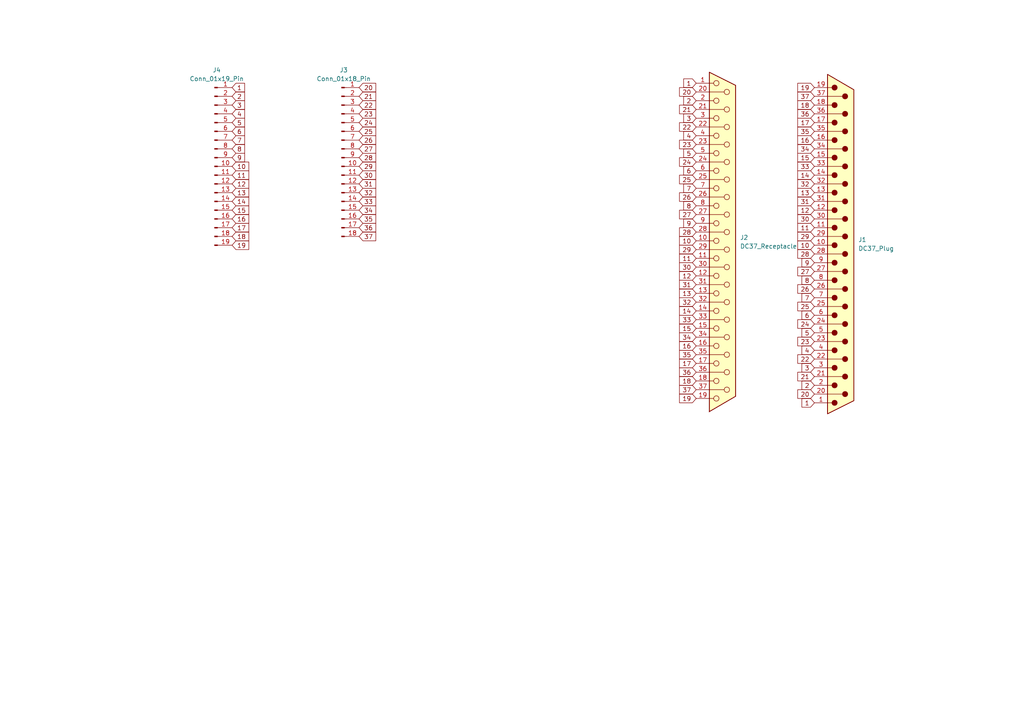
<source format=kicad_sch>
(kicad_sch (version 20231120) (generator "eeschema") (generator_version "8.0")
  (paper "A4")
  (lib_symbols
    (symbol "Connector:Conn_01x18_Pin" (pin_names (offset 1.016) hide)
      (property "Reference" "J" (at 0 22.86 0))
      (property "Value" "Conn_01x18_Pin" (at 0 -25.4 0))
      (symbol "Conn_01x18_Pin_1_1"
        (polyline (pts (xy 1.27 -22.86) (xy 0.8636 -22.86)) (stroke (width 0.1524)))
        (polyline (pts (xy 1.27 -20.32) (xy 0.8636 -20.32)) (stroke (width 0.1524)))
        (polyline (pts (xy 1.27 -17.78) (xy 0.8636 -17.78)) (stroke (width 0.1524)))
        (polyline (pts (xy 1.27 -15.24) (xy 0.8636 -15.24)) (stroke (width 0.1524)))
        (polyline (pts (xy 1.27 -12.7) (xy 0.8636 -12.7)) (stroke (width 0.1524)))
        (polyline (pts (xy 1.27 -10.16) (xy 0.8636 -10.16)) (stroke (width 0.1524)))
        (polyline (pts (xy 1.27 -7.62) (xy 0.8636 -7.62)) (stroke (width 0.1524)))
        (polyline (pts (xy 1.27 -5.08) (xy 0.8636 -5.08)) (stroke (width 0.1524)))
        (polyline (pts (xy 1.27 -2.54) (xy 0.8636 -2.54)) (stroke (width 0.1524)))
        (polyline (pts (xy 1.27 0) (xy 0.8636 0)) (stroke (width 0.1524)))
        (polyline (pts (xy 1.27 2.54) (xy 0.8636 2.54)) (stroke (width 0.1524)))
        (polyline (pts (xy 1.27 5.08) (xy 0.8636 5.08)) (stroke (width 0.1524)))
        (polyline (pts (xy 1.27 7.62) (xy 0.8636 7.62)) (stroke (width 0.1524)))
        (polyline (pts (xy 1.27 10.16) (xy 0.8636 10.16)) (stroke (width 0.1524)))
        (polyline (pts (xy 1.27 12.7) (xy 0.8636 12.7)) (stroke (width 0.1524)))
        (polyline (pts (xy 1.27 15.24) (xy 0.8636 15.24)) (stroke (width 0.1524)))
        (polyline (pts (xy 1.27 17.78) (xy 0.8636 17.78)) (stroke (width 0.1524)))
        (polyline (pts (xy 1.27 20.32) (xy 0.8636 20.32)) (stroke (width 0.1524)))
        (rectangle (start 0.8636 -22.733) (end 0 -22.987) (stroke (width 0.1524)) (fill (type outline)))
        (rectangle (start 0.8636 -20.193) (end 0 -20.447) (stroke (width 0.1524)) (fill (type outline)))
        (rectangle (start 0.8636 -17.653) (end 0 -17.907) (stroke (width 0.1524)) (fill (type outline)))
        (rectangle (start 0.8636 -15.113) (end 0 -15.367) (stroke (width 0.1524)) (fill (type outline)))
        (rectangle (start 0.8636 -12.573) (end 0 -12.827) (stroke (width 0.1524)) (fill (type outline)))
        (rectangle (start 0.8636 -10.033) (end 0 -10.287) (stroke (width 0.1524)) (fill (type outline)))
        (rectangle (start 0.8636 -7.493) (end 0 -7.747) (stroke (width 0.1524)) (fill (type outline)))
        (rectangle (start 0.8636 -4.953) (end 0 -5.207) (stroke (width 0.1524)) (fill (type outline)))
        (rectangle (start 0.8636 -2.413) (end 0 -2.667) (stroke (width 0.1524)) (fill (type outline)))
        (rectangle (start 0.8636 0.127) (end 0 -0.127) (stroke (width 0.1524)) (fill (type outline)))
        (rectangle (start 0.8636 2.667) (end 0 2.413) (stroke (width 0.1524)) (fill (type outline)))
        (rectangle (start 0.8636 5.207) (end 0 4.953) (stroke (width 0.1524)) (fill (type outline)))
        (rectangle (start 0.8636 7.747) (end 0 7.493) (stroke (width 0.1524)) (fill (type outline)))
        (rectangle (start 0.8636 10.287) (end 0 10.033) (stroke (width 0.1524)) (fill (type outline)))
        (rectangle (start 0.8636 12.827) (end 0 12.573) (stroke (width 0.1524)) (fill (type outline)))
        (rectangle (start 0.8636 15.367) (end 0 15.113) (stroke (width 0.1524)) (fill (type outline)))
        (rectangle (start 0.8636 17.907) (end 0 17.653) (stroke (width 0.1524)) (fill (type outline)))
        (rectangle (start 0.8636 20.447) (end 0 20.193) (stroke (width 0.1524)) (fill (type outline)))
        (pin passive line (at 5.08 20.32 180) (length 3.81) (name "Pin_1") (number "1"))
        (pin passive line (at 5.08 -2.54 180) (length 3.81) (name "Pin_10") (number "10"))
        (pin passive line (at 5.08 -5.08 180) (length 3.81) (name "Pin_11") (number "11"))
        (pin passive line (at 5.08 -7.62 180) (length 3.81) (name "Pin_12") (number "12"))
        (pin passive line (at 5.08 -10.16 180) (length 3.81) (name "Pin_13") (number "13"))
        (pin passive line (at 5.08 -12.7 180) (length 3.81) (name "Pin_14") (number "14"))
        (pin passive line (at 5.08 -15.24 180) (length 3.81) (name "Pin_15") (number "15"))
        (pin passive line (at 5.08 -17.78 180) (length 3.81) (name "Pin_16") (number "16"))
        (pin passive line (at 5.08 -20.32 180) (length 3.81) (name "Pin_17") (number "17"))
        (pin passive line (at 5.08 -22.86 180) (length 3.81) (name "Pin_18") (number "18"))
        (pin passive line (at 5.08 17.78 180) (length 3.81) (name "Pin_2") (number "2"))
        (pin passive line (at 5.08 15.24 180) (length 3.81) (name "Pin_3") (number "3"))
        (pin passive line (at 5.08 12.7 180) (length 3.81) (name "Pin_4") (number "4"))
        (pin passive line (at 5.08 10.16 180) (length 3.81) (name "Pin_5") (number "5"))
        (pin passive line (at 5.08 7.62 180) (length 3.81) (name "Pin_6") (number "6"))
        (pin passive line (at 5.08 5.08 180) (length 3.81) (name "Pin_7") (number "7"))
        (pin passive line (at 5.08 2.54 180) (length 3.81) (name "Pin_8") (number "8"))
        (pin passive line (at 5.08 0 180) (length 3.81) (name "Pin_9") (number "9"))
      )
    )
    (symbol "Connector:Conn_01x19_Pin" (pin_names (offset 1.016) hide)
      (property "Reference" "J" (at 0 25.4 0))
      (property "Value" "Conn_01x19_Pin" (at 0 -25.4 0))
      (symbol "Conn_01x19_Pin_1_1"
        (polyline (pts (xy 1.27 -22.86) (xy 0.8636 -22.86)) (stroke (width 0.1524)))
        (polyline (pts (xy 1.27 -20.32) (xy 0.8636 -20.32)) (stroke (width 0.1524)))
        (polyline (pts (xy 1.27 -17.78) (xy 0.8636 -17.78)) (stroke (width 0.1524)))
        (polyline (pts (xy 1.27 -15.24) (xy 0.8636 -15.24)) (stroke (width 0.1524)))
        (polyline (pts (xy 1.27 -12.7) (xy 0.8636 -12.7)) (stroke (width 0.1524)))
        (polyline (pts (xy 1.27 -10.16) (xy 0.8636 -10.16)) (stroke (width 0.1524)))
        (polyline (pts (xy 1.27 -7.62) (xy 0.8636 -7.62)) (stroke (width 0.1524)))
        (polyline (pts (xy 1.27 -5.08) (xy 0.8636 -5.08)) (stroke (width 0.1524)))
        (polyline (pts (xy 1.27 -2.54) (xy 0.8636 -2.54)) (stroke (width 0.1524)))
        (polyline (pts (xy 1.27 0) (xy 0.8636 0)) (stroke (width 0.1524)))
        (polyline (pts (xy 1.27 2.54) (xy 0.8636 2.54)) (stroke (width 0.1524)))
        (polyline (pts (xy 1.27 5.08) (xy 0.8636 5.08)) (stroke (width 0.1524)))
        (polyline (pts (xy 1.27 7.62) (xy 0.8636 7.62)) (stroke (width 0.1524)))
        (polyline (pts (xy 1.27 10.16) (xy 0.8636 10.16)) (stroke (width 0.1524)))
        (polyline (pts (xy 1.27 12.7) (xy 0.8636 12.7)) (stroke (width 0.1524)))
        (polyline (pts (xy 1.27 15.24) (xy 0.8636 15.24)) (stroke (width 0.1524)))
        (polyline (pts (xy 1.27 17.78) (xy 0.8636 17.78)) (stroke (width 0.1524)))
        (polyline (pts (xy 1.27 20.32) (xy 0.8636 20.32)) (stroke (width 0.1524)))
        (polyline (pts (xy 1.27 22.86) (xy 0.8636 22.86)) (stroke (width 0.1524)))
        (rectangle (start 0.8636 -22.733) (end 0 -22.987) (stroke (width 0.1524)) (fill (type outline)))
        (rectangle (start 0.8636 -20.193) (end 0 -20.447) (stroke (width 0.1524)) (fill (type outline)))
        (rectangle (start 0.8636 -17.653) (end 0 -17.907) (stroke (width 0.1524)) (fill (type outline)))
        (rectangle (start 0.8636 -15.113) (end 0 -15.367) (stroke (width 0.1524)) (fill (type outline)))
        (rectangle (start 0.8636 -12.573) (end 0 -12.827) (stroke (width 0.1524)) (fill (type outline)))
        (rectangle (start 0.8636 -10.033) (end 0 -10.287) (stroke (width 0.1524)) (fill (type outline)))
        (rectangle (start 0.8636 -7.493) (end 0 -7.747) (stroke (width 0.1524)) (fill (type outline)))
        (rectangle (start 0.8636 -4.953) (end 0 -5.207) (stroke (width 0.1524)) (fill (type outline)))
        (rectangle (start 0.8636 -2.413) (end 0 -2.667) (stroke (width 0.1524)) (fill (type outline)))
        (rectangle (start 0.8636 0.127) (end 0 -0.127) (stroke (width 0.1524)) (fill (type outline)))
        (rectangle (start 0.8636 2.667) (end 0 2.413) (stroke (width 0.1524)) (fill (type outline)))
        (rectangle (start 0.8636 5.207) (end 0 4.953) (stroke (width 0.1524)) (fill (type outline)))
        (rectangle (start 0.8636 7.747) (end 0 7.493) (stroke (width 0.1524)) (fill (type outline)))
        (rectangle (start 0.8636 10.287) (end 0 10.033) (stroke (width 0.1524)) (fill (type outline)))
        (rectangle (start 0.8636 12.827) (end 0 12.573) (stroke (width 0.1524)) (fill (type outline)))
        (rectangle (start 0.8636 15.367) (end 0 15.113) (stroke (width 0.1524)) (fill (type outline)))
        (rectangle (start 0.8636 17.907) (end 0 17.653) (stroke (width 0.1524)) (fill (type outline)))
        (rectangle (start 0.8636 20.447) (end 0 20.193) (stroke (width 0.1524)) (fill (type outline)))
        (rectangle (start 0.8636 22.987) (end 0 22.733) (stroke (width 0.1524)) (fill (type outline)))
        (pin passive line (at 5.08 22.86 180) (length 3.81) (name "Pin_1") (number "1"))
        (pin passive line (at 5.08 0 180) (length 3.81) (name "Pin_10") (number "10"))
        (pin passive line (at 5.08 -2.54 180) (length 3.81) (name "Pin_11") (number "11"))
        (pin passive line (at 5.08 -5.08 180) (length 3.81) (name "Pin_12") (number "12"))
        (pin passive line (at 5.08 -7.62 180) (length 3.81) (name "Pin_13") (number "13"))
        (pin passive line (at 5.08 -10.16 180) (length 3.81) (name "Pin_14") (number "14"))
        (pin passive line (at 5.08 -12.7 180) (length 3.81) (name "Pin_15") (number "15"))
        (pin passive line (at 5.08 -15.24 180) (length 3.81) (name "Pin_16") (number "16"))
        (pin passive line (at 5.08 -17.78 180) (length 3.81) (name "Pin_17") (number "17"))
        (pin passive line (at 5.08 -20.32 180) (length 3.81) (name "Pin_18") (number "18"))
        (pin passive line (at 5.08 -22.86 180) (length 3.81) (name "Pin_19") (number "19"))
        (pin passive line (at 5.08 20.32 180) (length 3.81) (name "Pin_2") (number "2"))
        (pin passive line (at 5.08 17.78 180) (length 3.81) (name "Pin_3") (number "3"))
        (pin passive line (at 5.08 15.24 180) (length 3.81) (name "Pin_4") (number "4"))
        (pin passive line (at 5.08 12.7 180) (length 3.81) (name "Pin_5") (number "5"))
        (pin passive line (at 5.08 10.16 180) (length 3.81) (name "Pin_6") (number "6"))
        (pin passive line (at 5.08 7.62 180) (length 3.81) (name "Pin_7") (number "7"))
        (pin passive line (at 5.08 5.08 180) (length 3.81) (name "Pin_8") (number "8"))
        (pin passive line (at 5.08 2.54 180) (length 3.81) (name "Pin_9") (number "9"))
      )
    )
    (symbol "Connector:DC37_Plug" (pin_names (offset 1.016) hide)
      (property "Reference" "J" (at 0 50.8 0))
      (property "Value" "DC37_Plug" (at 0 -50.8 0))
      (symbol "DC37_Plug_0_1"
        (circle (center -1.778 -45.72) (radius 0.762) (fill (type outline)))
        (circle (center -1.778 -40.64) (radius 0.762) (fill (type outline)))
        (circle (center -1.778 -35.56) (radius 0.762) (fill (type outline)))
        (circle (center -1.778 -30.48) (radius 0.762) (fill (type outline)))
        (circle (center -1.778 -25.4) (radius 0.762) (fill (type outline)))
        (circle (center -1.778 -20.32) (radius 0.762) (fill (type outline)))
        (circle (center -1.778 -15.24) (radius 0.762) (fill (type outline)))
        (circle (center -1.778 -10.16) (radius 0.762) (fill (type outline)))
        (circle (center -1.778 -5.08) (radius 0.762) (fill (type outline)))
        (circle (center -1.778 0) (radius 0.762) (fill (type outline)))
        (circle (center -1.778 5.08) (radius 0.762) (fill (type outline)))
        (circle (center -1.778 10.16) (radius 0.762) (fill (type outline)))
        (circle (center -1.778 15.24) (radius 0.762) (fill (type outline)))
        (circle (center -1.778 20.32) (radius 0.762) (fill (type outline)))
        (circle (center -1.778 25.4) (radius 0.762) (fill (type outline)))
        (circle (center -1.778 30.48) (radius 0.762) (fill (type outline)))
        (circle (center -1.778 35.56) (radius 0.762) (fill (type outline)))
        (circle (center -1.778 40.64) (radius 0.762) (fill (type outline)))
        (circle (center -1.778 45.72) (radius 0.762) (fill (type outline)))
        (polyline (pts (xy -3.81 -45.72) (xy -2.54 -45.72)))
        (polyline (pts (xy -3.81 -43.18) (xy 0.508 -43.18)))
        (polyline (pts (xy -3.81 -40.64) (xy -2.54 -40.64)))
        (polyline (pts (xy -3.81 -38.1) (xy 0.508 -38.1)))
        (polyline (pts (xy -3.81 -35.56) (xy -2.54 -35.56)))
        (polyline (pts (xy -3.81 -33.02) (xy 0.508 -33.02)))
        (polyline (pts (xy -3.81 -30.48) (xy -2.54 -30.48)))
        (polyline (pts (xy -3.81 -27.94) (xy 0.508 -27.94)))
        (polyline (pts (xy -3.81 -25.4) (xy -2.54 -25.4)))
        (polyline (pts (xy -3.81 -22.86) (xy 0.508 -22.86)))
        (polyline (pts (xy -3.81 -20.32) (xy -2.54 -20.32)))
        (polyline (pts (xy -3.81 -17.78) (xy 0.508 -17.78)))
        (polyline (pts (xy -3.81 -15.24) (xy -2.54 -15.24)))
        (polyline (pts (xy -3.81 -12.7) (xy 0.508 -12.7)))
        (polyline (pts (xy -3.81 -10.16) (xy -2.54 -10.16)))
        (polyline (pts (xy -3.81 -7.62) (xy 0.508 -7.62)))
        (polyline (pts (xy -3.81 -5.08) (xy -2.54 -5.08)))
        (polyline (pts (xy -3.81 -2.54) (xy 0.508 -2.54)))
        (polyline (pts (xy -3.81 0) (xy -2.54 0)))
        (polyline (pts (xy -3.81 2.54) (xy 0.508 2.54)))
        (polyline (pts (xy -3.81 5.08) (xy -2.54 5.08)))
        (polyline (pts (xy -3.81 7.62) (xy 0.508 7.62)))
        (polyline (pts (xy -3.81 10.16) (xy -2.54 10.16)))
        (polyline (pts (xy -3.81 12.7) (xy 0.508 12.7)))
        (polyline (pts (xy -3.81 15.24) (xy -2.54 15.24)))
        (polyline (pts (xy -3.81 17.78) (xy 0.508 17.78)))
        (polyline (pts (xy -3.81 20.32) (xy -2.54 20.32)))
        (polyline (pts (xy -3.81 22.86) (xy 0.508 22.86)))
        (polyline (pts (xy -3.81 25.4) (xy -2.54 25.4)))
        (polyline (pts (xy -3.81 27.94) (xy 0.508 27.94)))
        (polyline (pts (xy -3.81 30.48) (xy -2.54 30.48)))
        (polyline (pts (xy -3.81 33.02) (xy 0.508 33.02)))
        (polyline (pts (xy -3.81 35.56) (xy -2.54 35.56)))
        (polyline (pts (xy -3.81 38.1) (xy 0.508 38.1)))
        (polyline (pts (xy -3.81 40.64) (xy -2.54 40.64)))
        (polyline (pts (xy -3.81 43.18) (xy 0.508 43.18)))
        (polyline (pts (xy -3.81 45.72) (xy -2.54 45.72)))
        (polyline (pts (xy -3.81 49.53) (xy 3.81 45.085) (xy 3.81 -45.085) (xy -3.81 -48.895) (xy -3.81 49.53)) (stroke (width 0.254)) (fill (type background)))
        (circle (center 1.27 -43.18) (radius 0.762) (fill (type outline)))
        (circle (center 1.27 -38.1) (radius 0.762) (fill (type outline)))
        (circle (center 1.27 -33.02) (radius 0.762) (fill (type outline)))
        (circle (center 1.27 -27.94) (radius 0.762) (fill (type outline)))
        (circle (center 1.27 -22.86) (radius 0.762) (fill (type outline)))
        (circle (center 1.27 -17.78) (radius 0.762) (fill (type outline)))
        (circle (center 1.27 -12.7) (radius 0.762) (fill (type outline)))
        (circle (center 1.27 -7.62) (radius 0.762) (fill (type outline)))
        (circle (center 1.27 -2.54) (radius 0.762) (fill (type outline)))
        (circle (center 1.27 2.54) (radius 0.762) (fill (type outline)))
        (circle (center 1.27 7.62) (radius 0.762) (fill (type outline)))
        (circle (center 1.27 12.7) (radius 0.762) (fill (type outline)))
        (circle (center 1.27 17.78) (radius 0.762) (fill (type outline)))
        (circle (center 1.27 22.86) (radius 0.762) (fill (type outline)))
        (circle (center 1.27 27.94) (radius 0.762) (fill (type outline)))
        (circle (center 1.27 33.02) (radius 0.762) (fill (type outline)))
        (circle (center 1.27 38.1) (radius 0.762) (fill (type outline)))
        (circle (center 1.27 43.18) (radius 0.762) (fill (type outline)))
      )
      (symbol "DC37_Plug_1_1"
        (pin passive line (at -7.62 -45.72 0) (length 3.81) (name "1") (number "1"))
        (pin passive line (at -7.62 0 0) (length 3.81) (name "10") (number "10"))
        (pin passive line (at -7.62 5.08 0) (length 3.81) (name "11") (number "11"))
        (pin passive line (at -7.62 10.16 0) (length 3.81) (name "12") (number "12"))
        (pin passive line (at -7.62 15.24 0) (length 3.81) (name "13") (number "13"))
        (pin passive line (at -7.62 20.32 0) (length 3.81) (name "14") (number "14"))
        (pin passive line (at -7.62 25.4 0) (length 3.81) (name "15") (number "15"))
        (pin passive line (at -7.62 30.48 0) (length 3.81) (name "16") (number "16"))
        (pin passive line (at -7.62 35.56 0) (length 3.81) (name "17") (number "17"))
        (pin passive line (at -7.62 40.64 0) (length 3.81) (name "18") (number "18"))
        (pin passive line (at -7.62 45.72 0) (length 3.81) (name "19") (number "19"))
        (pin passive line (at -7.62 -40.64 0) (length 3.81) (name "2") (number "2"))
        (pin passive line (at -7.62 -43.18 0) (length 3.81) (name "20") (number "20"))
        (pin passive line (at -7.62 -38.1 0) (length 3.81) (name "21") (number "21"))
        (pin passive line (at -7.62 -33.02 0) (length 3.81) (name "22") (number "22"))
        (pin passive line (at -7.62 -27.94 0) (length 3.81) (name "23") (number "23"))
        (pin passive line (at -7.62 -22.86 0) (length 3.81) (name "24") (number "24"))
        (pin passive line (at -7.62 -17.78 0) (length 3.81) (name "25") (number "25"))
        (pin passive line (at -7.62 -12.7 0) (length 3.81) (name "26") (number "26"))
        (pin passive line (at -7.62 -7.62 0) (length 3.81) (name "27") (number "27"))
        (pin passive line (at -7.62 -2.54 0) (length 3.81) (name "28") (number "28"))
        (pin passive line (at -7.62 2.54 0) (length 3.81) (name "29") (number "29"))
        (pin passive line (at -7.62 -35.56 0) (length 3.81) (name "3") (number "3"))
        (pin passive line (at -7.62 7.62 0) (length 3.81) (name "30") (number "30"))
        (pin passive line (at -7.62 12.7 0) (length 3.81) (name "31") (number "31"))
        (pin passive line (at -7.62 17.78 0) (length 3.81) (name "32") (number "32"))
        (pin passive line (at -7.62 22.86 0) (length 3.81) (name "33") (number "33"))
        (pin passive line (at -7.62 27.94 0) (length 3.81) (name "34") (number "34"))
        (pin passive line (at -7.62 33.02 0) (length 3.81) (name "35") (number "35"))
        (pin passive line (at -7.62 38.1 0) (length 3.81) (name "36") (number "36"))
        (pin passive line (at -7.62 43.18 0) (length 3.81) (name "37") (number "37"))
        (pin passive line (at -7.62 -30.48 0) (length 3.81) (name "4") (number "4"))
        (pin passive line (at -7.62 -25.4 0) (length 3.81) (name "5") (number "5"))
        (pin passive line (at -7.62 -20.32 0) (length 3.81) (name "6") (number "6"))
        (pin passive line (at -7.62 -15.24 0) (length 3.81) (name "7") (number "7"))
        (pin passive line (at -7.62 -10.16 0) (length 3.81) (name "8") (number "8"))
        (pin passive line (at -7.62 -5.08 0) (length 3.81) (name "9") (number "9"))
      )
    )
    (symbol "Connector:DC37_Receptacle" (pin_names (offset 1.016) hide)
      (property "Reference" "J" (at 0 50.165 0))
      (property "Value" "DC37_Receptacle" (at 0 -50.8 0))
      (symbol "DC37_Receptacle_0_1"
        (circle (center -1.778 -45.72) (radius 0.762))
        (circle (center -1.778 -40.64) (radius 0.762))
        (circle (center -1.778 -35.56) (radius 0.762))
        (circle (center -1.778 -30.48) (radius 0.762))
        (circle (center -1.778 -25.4) (radius 0.762))
        (circle (center -1.778 -20.32) (radius 0.762))
        (circle (center -1.778 -15.24) (radius 0.762))
        (circle (center -1.778 -10.16) (radius 0.762))
        (circle (center -1.778 -5.08) (radius 0.762))
        (circle (center -1.778 0) (radius 0.762))
        (circle (center -1.778 5.08) (radius 0.762))
        (circle (center -1.778 10.16) (radius 0.762))
        (circle (center -1.778 15.24) (radius 0.762))
        (circle (center -1.778 20.32) (radius 0.762))
        (circle (center -1.778 25.4) (radius 0.762))
        (circle (center -1.778 30.48) (radius 0.762))
        (circle (center -1.778 35.56) (radius 0.762))
        (circle (center -1.778 40.64) (radius 0.762))
        (circle (center -1.778 45.72) (radius 0.762))
        (polyline (pts (xy -3.81 -45.72) (xy -2.54 -45.72)))
        (polyline (pts (xy -3.81 -43.18) (xy 0.508 -43.18)))
        (polyline (pts (xy -3.81 -40.64) (xy -2.54 -40.64)))
        (polyline (pts (xy -3.81 -38.1) (xy 0.508 -38.1)))
        (polyline (pts (xy -3.81 -35.56) (xy -2.54 -35.56)))
        (polyline (pts (xy -3.81 -33.02) (xy 0.508 -33.02)))
        (polyline (pts (xy -3.81 -30.48) (xy -2.54 -30.48)))
        (polyline (pts (xy -3.81 -27.94) (xy 0.508 -27.94)))
        (polyline (pts (xy -3.81 -25.4) (xy -2.54 -25.4)))
        (polyline (pts (xy -3.81 -22.86) (xy 0.508 -22.86)))
        (polyline (pts (xy -3.81 -20.32) (xy -2.54 -20.32)))
        (polyline (pts (xy -3.81 -17.78) (xy 0.508 -17.78)))
        (polyline (pts (xy -3.81 -15.24) (xy -2.54 -15.24)))
        (polyline (pts (xy -3.81 -12.7) (xy 0.508 -12.7)))
        (polyline (pts (xy -3.81 -10.16) (xy -2.54 -10.16)))
        (polyline (pts (xy -3.81 -7.62) (xy 0.508 -7.62)))
        (polyline (pts (xy -3.81 -5.08) (xy -2.54 -5.08)))
        (polyline (pts (xy -3.81 -2.54) (xy 0.508 -2.54)))
        (polyline (pts (xy -3.81 0) (xy -2.54 0)))
        (polyline (pts (xy -3.81 2.54) (xy 0.508 2.54)))
        (polyline (pts (xy -3.81 5.08) (xy -2.54 5.08)))
        (polyline (pts (xy -3.81 7.62) (xy 0.508 7.62)))
        (polyline (pts (xy -3.81 10.16) (xy -2.54 10.16)))
        (polyline (pts (xy -3.81 12.7) (xy 0.508 12.7)))
        (polyline (pts (xy -3.81 15.24) (xy -2.54 15.24)))
        (polyline (pts (xy -3.81 17.78) (xy 0.508 17.78)))
        (polyline (pts (xy -3.81 20.32) (xy -2.54 20.32)))
        (polyline (pts (xy -3.81 22.86) (xy 0.508 22.86)))
        (polyline (pts (xy -3.81 25.4) (xy -2.54 25.4)))
        (polyline (pts (xy -3.81 27.94) (xy 0.508 27.94)))
        (polyline (pts (xy -3.81 30.48) (xy -2.54 30.48)))
        (polyline (pts (xy -3.81 33.02) (xy 0.508 33.02)))
        (polyline (pts (xy -3.81 35.56) (xy -2.54 35.56)))
        (polyline (pts (xy -3.81 38.1) (xy 0.508 38.1)))
        (polyline (pts (xy -3.81 40.64) (xy -2.54 40.64)))
        (polyline (pts (xy -3.81 43.18) (xy 0.508 43.18)))
        (polyline (pts (xy -3.81 45.72) (xy -2.54 45.72)))
        (polyline (pts (xy -3.81 -49.53) (xy 3.81 -45.085) (xy 3.81 45.085) (xy -3.81 48.895) (xy -3.81 -49.53)) (stroke (width 0.254)) (fill (type background)))
        (circle (center 1.27 -43.18) (radius 0.762))
        (circle (center 1.27 -38.1) (radius 0.762))
        (circle (center 1.27 -33.02) (radius 0.762))
        (circle (center 1.27 -27.94) (radius 0.762))
        (circle (center 1.27 -22.86) (radius 0.762))
        (circle (center 1.27 -17.78) (radius 0.762))
        (circle (center 1.27 -12.7) (radius 0.762))
        (circle (center 1.27 -7.62) (radius 0.762))
        (circle (center 1.27 -2.54) (radius 0.762))
        (circle (center 1.27 2.54) (radius 0.762))
        (circle (center 1.27 7.62) (radius 0.762))
        (circle (center 1.27 12.7) (radius 0.762))
        (circle (center 1.27 17.78) (radius 0.762))
        (circle (center 1.27 22.86) (radius 0.762))
        (circle (center 1.27 27.94) (radius 0.762))
        (circle (center 1.27 33.02) (radius 0.762))
        (circle (center 1.27 38.1) (radius 0.762))
        (circle (center 1.27 43.18) (radius 0.762))
      )
      (symbol "DC37_Receptacle_1_1"
        (pin passive line (at -7.62 45.72 0) (length 3.81) (name "1") (number "1"))
        (pin passive line (at -7.62 0 0) (length 3.81) (name "10") (number "10"))
        (pin passive line (at -7.62 -5.08 0) (length 3.81) (name "11") (number "11"))
        (pin passive line (at -7.62 -10.16 0) (length 3.81) (name "12") (number "12"))
        (pin passive line (at -7.62 -15.24 0) (length 3.81) (name "13") (number "13"))
        (pin passive line (at -7.62 -20.32 0) (length 3.81) (name "14") (number "14"))
        (pin passive line (at -7.62 -25.4 0) (length 3.81) (name "15") (number "15"))
        (pin passive line (at -7.62 -30.48 0) (length 3.81) (name "16") (number "16"))
        (pin passive line (at -7.62 -35.56 0) (length 3.81) (name "17") (number "17"))
        (pin passive line (at -7.62 -40.64 0) (length 3.81) (name "18") (number "18"))
        (pin passive line (at -7.62 -45.72 0) (length 3.81) (name "19") (number "19"))
        (pin passive line (at -7.62 40.64 0) (length 3.81) (name "2") (number "2"))
        (pin passive line (at -7.62 43.18 0) (length 3.81) (name "20") (number "20"))
        (pin passive line (at -7.62 38.1 0) (length 3.81) (name "21") (number "21"))
        (pin passive line (at -7.62 33.02 0) (length 3.81) (name "22") (number "22"))
        (pin passive line (at -7.62 27.94 0) (length 3.81) (name "23") (number "23"))
        (pin passive line (at -7.62 22.86 0) (length 3.81) (name "24") (number "24"))
        (pin passive line (at -7.62 17.78 0) (length 3.81) (name "25") (number "25"))
        (pin passive line (at -7.62 12.7 0) (length 3.81) (name "26") (number "26"))
        (pin passive line (at -7.62 7.62 0) (length 3.81) (name "27") (number "27"))
        (pin passive line (at -7.62 2.54 0) (length 3.81) (name "28") (number "28"))
        (pin passive line (at -7.62 -2.54 0) (length 3.81) (name "29") (number "29"))
        (pin passive line (at -7.62 35.56 0) (length 3.81) (name "3") (number "3"))
        (pin passive line (at -7.62 -7.62 0) (length 3.81) (name "30") (number "30"))
        (pin passive line (at -7.62 -12.7 0) (length 3.81) (name "31") (number "31"))
        (pin passive line (at -7.62 -17.78 0) (length 3.81) (name "32") (number "32"))
        (pin passive line (at -7.62 -22.86 0) (length 3.81) (name "33") (number "33"))
        (pin passive line (at -7.62 -27.94 0) (length 3.81) (name "34") (number "34"))
        (pin passive line (at -7.62 -33.02 0) (length 3.81) (name "35") (number "35"))
        (pin passive line (at -7.62 -38.1 0) (length 3.81) (name "36") (number "36"))
        (pin passive line (at -7.62 -43.18 0) (length 3.81) (name "37") (number "37"))
        (pin passive line (at -7.62 30.48 0) (length 3.81) (name "4") (number "4"))
        (pin passive line (at -7.62 25.4 0) (length 3.81) (name "5") (number "5"))
        (pin passive line (at -7.62 20.32 0) (length 3.81) (name "6") (number "6"))
        (pin passive line (at -7.62 15.24 0) (length 3.81) (name "7") (number "7"))
        (pin passive line (at -7.62 10.16 0) (length 3.81) (name "8") (number "8"))
        (pin passive line (at -7.62 5.08 0) (length 3.81) (name "9") (number "9"))
      )
    )
  )
  (global_label "26" (shape input) (at 104.14 40.64 0) (property "Intersheetrefs" "${INTERSHEET_REFS}" (effects (hide yes))))
  (global_label "14" (shape input) (at 236.22 50.8 180) (property "Intersheetrefs" "${INTERSHEET_REFS}" (effects (hide yes))))
  (global_label "17" (shape input) (at 67.31 66.04 0) (property "Intersheetrefs" "${INTERSHEET_REFS}" (effects (hide yes))))
  (global_label "1" (shape input) (at 67.31 25.4 0) (property "Intersheetrefs" "${INTERSHEET_REFS}" (effects (hide yes))))
  (global_label "15" (shape input) (at 236.22 45.72 180) (property "Intersheetrefs" "${INTERSHEET_REFS}" (effects (hide yes))))
  (global_label "12" (shape input) (at 67.31 53.34 0) (property "Intersheetrefs" "${INTERSHEET_REFS}" (effects (hide yes))))
  (global_label "24" (shape input) (at 236.22 93.98 180) (property "Intersheetrefs" "${INTERSHEET_REFS}" (effects (hide yes))))
  (global_label "20" (shape input) (at 104.14 25.4 0) (property "Intersheetrefs" "${INTERSHEET_REFS}" (effects (hide yes))))
  (global_label "34" (shape input) (at 201.93 97.79 180) (property "Intersheetrefs" "${INTERSHEET_REFS}" (effects (hide yes))))
  (global_label "12" (shape input) (at 236.22 60.96 180) (property "Intersheetrefs" "${INTERSHEET_REFS}" (effects (hide yes))))
  (global_label "26" (shape input) (at 201.93 57.15 180) (property "Intersheetrefs" "${INTERSHEET_REFS}" (effects (hide yes))))
  (global_label "18" (shape input) (at 67.31 68.58 0) (property "Intersheetrefs" "${INTERSHEET_REFS}" (effects (hide yes))))
  (global_label "37" (shape input) (at 201.93 113.03 180) (property "Intersheetrefs" "${INTERSHEET_REFS}" (effects (hide yes))))
  (global_label "29" (shape input) (at 236.22 68.58 180) (property "Intersheetrefs" "${INTERSHEET_REFS}" (effects (hide yes))))
  (global_label "32" (shape input) (at 236.22 53.34 180) (property "Intersheetrefs" "${INTERSHEET_REFS}" (effects (hide yes))))
  (global_label "29" (shape input) (at 201.93 72.39 180) (property "Intersheetrefs" "${INTERSHEET_REFS}" (effects (hide yes))))
  (global_label "27" (shape input) (at 201.93 62.23 180) (property "Intersheetrefs" "${INTERSHEET_REFS}" (effects (hide yes))))
  (global_label "37" (shape input) (at 104.14 68.58 0) (property "Intersheetrefs" "${INTERSHEET_REFS}" (effects (hide yes))))
  (global_label "19" (shape input) (at 236.22 25.4 180) (property "Intersheetrefs" "${INTERSHEET_REFS}" (effects (hide yes))))
  (global_label "36" (shape input) (at 104.14 66.04 0) (property "Intersheetrefs" "${INTERSHEET_REFS}" (effects (hide yes))))
  (global_label "7" (shape input) (at 201.93 54.61 180) (property "Intersheetrefs" "${INTERSHEET_REFS}" (effects (hide yes))))
  (global_label "30" (shape input) (at 104.14 50.8 0) (property "Intersheetrefs" "${INTERSHEET_REFS}" (effects (hide yes))))
  (global_label "10" (shape input) (at 67.31 48.26 0) (property "Intersheetrefs" "${INTERSHEET_REFS}" (effects (hide yes))))
  (global_label "8" (shape input) (at 67.31 43.18 0) (property "Intersheetrefs" "${INTERSHEET_REFS}" (effects (hide yes))))
  (global_label "15" (shape input) (at 201.93 95.25 180) (property "Intersheetrefs" "${INTERSHEET_REFS}" (effects (hide yes))))
  (global_label "33" (shape input) (at 236.22 48.26 180) (property "Intersheetrefs" "${INTERSHEET_REFS}" (effects (hide yes))))
  (global_label "12" (shape input) (at 201.93 80.01 180) (property "Intersheetrefs" "${INTERSHEET_REFS}" (effects (hide yes))))
  (global_label "25" (shape input) (at 104.14 38.1 0) (property "Intersheetrefs" "${INTERSHEET_REFS}" (effects (hide yes))))
  (global_label "10" (shape input) (at 201.93 69.85 180) (property "Intersheetrefs" "${INTERSHEET_REFS}" (effects (hide yes))))
  (global_label "14" (shape input) (at 201.93 90.17 180) (property "Intersheetrefs" "${INTERSHEET_REFS}" (effects (hide yes))))
  (global_label "37" (shape input) (at 236.22 27.94 180) (property "Intersheetrefs" "${INTERSHEET_REFS}" (effects (hide yes))))
  (global_label "24" (shape input) (at 104.14 35.56 0) (property "Intersheetrefs" "${INTERSHEET_REFS}" (effects (hide yes))))
  (global_label "11" (shape input) (at 67.31 50.8 0) (property "Intersheetrefs" "${INTERSHEET_REFS}" (effects (hide yes))))
  (global_label "26" (shape input) (at 236.22 83.82 180) (property "Intersheetrefs" "${INTERSHEET_REFS}" (effects (hide yes))))
  (global_label "1" (shape input) (at 236.22 116.84 180) (property "Intersheetrefs" "${INTERSHEET_REFS}" (effects (hide yes))))
  (global_label "33" (shape input) (at 201.93 92.71 180) (property "Intersheetrefs" "${INTERSHEET_REFS}" (effects (hide yes))))
  (global_label "16" (shape input) (at 236.22 40.64 180) (property "Intersheetrefs" "${INTERSHEET_REFS}" (effects (hide yes))))
  (global_label "21" (shape input) (at 236.22 109.22 180) (property "Intersheetrefs" "${INTERSHEET_REFS}" (effects (hide yes))))
  (global_label "10" (shape input) (at 236.22 71.12 180) (property "Intersheetrefs" "${INTERSHEET_REFS}" (effects (hide yes))))
  (global_label "25" (shape input) (at 201.93 52.07 180) (property "Intersheetrefs" "${INTERSHEET_REFS}" (effects (hide yes))))
  (global_label "2" (shape input) (at 201.93 29.21 180) (property "Intersheetrefs" "${INTERSHEET_REFS}" (effects (hide yes))))
  (global_label "11" (shape input) (at 236.22 66.04 180) (property "Intersheetrefs" "${INTERSHEET_REFS}" (effects (hide yes))))
  (global_label "4" (shape input) (at 201.93 39.37 180) (property "Intersheetrefs" "${INTERSHEET_REFS}" (effects (hide yes))))
  (global_label "21" (shape input) (at 201.93 31.75 180) (property "Intersheetrefs" "${INTERSHEET_REFS}" (effects (hide yes))))
  (global_label "1" (shape input) (at 201.93 24.13 180) (property "Intersheetrefs" "${INTERSHEET_REFS}" (effects (hide yes))))
  (global_label "14" (shape input) (at 67.31 58.42 0) (property "Intersheetrefs" "${INTERSHEET_REFS}" (effects (hide yes))))
  (global_label "22" (shape input) (at 236.22 104.14 180) (property "Intersheetrefs" "${INTERSHEET_REFS}" (effects (hide yes))))
  (global_label "6" (shape input) (at 201.93 49.53 180) (property "Intersheetrefs" "${INTERSHEET_REFS}" (effects (hide yes))))
  (global_label "4" (shape input) (at 236.22 101.6 180) (property "Intersheetrefs" "${INTERSHEET_REFS}" (effects (hide yes))))
  (global_label "31" (shape input) (at 201.93 82.55 180) (property "Intersheetrefs" "${INTERSHEET_REFS}" (effects (hide yes))))
  (global_label "6" (shape input) (at 236.22 91.44 180) (property "Intersheetrefs" "${INTERSHEET_REFS}" (effects (hide yes))))
  (global_label "19" (shape input) (at 201.93 115.57 180) (property "Intersheetrefs" "${INTERSHEET_REFS}" (effects (hide yes))))
  (global_label "16" (shape input) (at 201.93 100.33 180) (property "Intersheetrefs" "${INTERSHEET_REFS}" (effects (hide yes))))
  (global_label "34" (shape input) (at 104.14 60.96 0) (property "Intersheetrefs" "${INTERSHEET_REFS}" (effects (hide yes))))
  (global_label "27" (shape input) (at 236.22 78.74 180) (property "Intersheetrefs" "${INTERSHEET_REFS}" (effects (hide yes))))
  (global_label "36" (shape input) (at 236.22 33.02 180) (property "Intersheetrefs" "${INTERSHEET_REFS}" (effects (hide yes))))
  (global_label "7" (shape input) (at 236.22 86.36 180) (property "Intersheetrefs" "${INTERSHEET_REFS}" (effects (hide yes))))
  (global_label "13" (shape input) (at 67.31 55.88 0) (property "Intersheetrefs" "${INTERSHEET_REFS}" (effects (hide yes))))
  (global_label "2" (shape input) (at 67.31 27.94 0) (property "Intersheetrefs" "${INTERSHEET_REFS}" (effects (hide yes))))
  (global_label "28" (shape input) (at 104.14 45.72 0) (property "Intersheetrefs" "${INTERSHEET_REFS}" (effects (hide yes))))
  (global_label "35" (shape input) (at 201.93 102.87 180) (property "Intersheetrefs" "${INTERSHEET_REFS}" (effects (hide yes))))
  (global_label "33" (shape input) (at 104.14 58.42 0) (property "Intersheetrefs" "${INTERSHEET_REFS}" (effects (hide yes))))
  (global_label "23" (shape input) (at 236.22 99.06 180) (property "Intersheetrefs" "${INTERSHEET_REFS}" (effects (hide yes))))
  (global_label "15" (shape input) (at 67.31 60.96 0) (property "Intersheetrefs" "${INTERSHEET_REFS}" (effects (hide yes))))
  (global_label "28" (shape input) (at 236.22 73.66 180) (property "Intersheetrefs" "${INTERSHEET_REFS}" (effects (hide yes))))
  (global_label "16" (shape input) (at 67.31 63.5 0) (property "Intersheetrefs" "${INTERSHEET_REFS}" (effects (hide yes))))
  (global_label "5" (shape input) (at 236.22 96.52 180) (property "Intersheetrefs" "${INTERSHEET_REFS}" (effects (hide yes))))
  (global_label "13" (shape input) (at 236.22 55.88 180) (property "Intersheetrefs" "${INTERSHEET_REFS}" (effects (hide yes))))
  (global_label "4" (shape input) (at 67.31 33.02 0) (property "Intersheetrefs" "${INTERSHEET_REFS}" (effects (hide yes))))
  (global_label "32" (shape input) (at 104.14 55.88 0) (property "Intersheetrefs" "${INTERSHEET_REFS}" (effects (hide yes))))
  (global_label "3" (shape input) (at 236.22 106.68 180) (property "Intersheetrefs" "${INTERSHEET_REFS}" (effects (hide yes))))
  (global_label "6" (shape input) (at 67.31 38.1 0) (property "Intersheetrefs" "${INTERSHEET_REFS}" (effects (hide yes))))
  (global_label "35" (shape input) (at 236.22 38.1 180) (property "Intersheetrefs" "${INTERSHEET_REFS}" (effects (hide yes))))
  (global_label "7" (shape input) (at 67.31 40.64 0) (property "Intersheetrefs" "${INTERSHEET_REFS}" (effects (hide yes))))
  (global_label "18" (shape input) (at 201.93 110.49 180) (property "Intersheetrefs" "${INTERSHEET_REFS}" (effects (hide yes))))
  (global_label "35" (shape input) (at 104.14 63.5 0) (property "Intersheetrefs" "${INTERSHEET_REFS}" (effects (hide yes))))
  (global_label "30" (shape input) (at 201.93 77.47 180) (property "Intersheetrefs" "${INTERSHEET_REFS}" (effects (hide yes))))
  (global_label "31" (shape input) (at 104.14 53.34 0) (property "Intersheetrefs" "${INTERSHEET_REFS}" (effects (hide yes))))
  (global_label "18" (shape input) (at 236.22 30.48 180) (property "Intersheetrefs" "${INTERSHEET_REFS}" (effects (hide yes))))
  (global_label "11" (shape input) (at 201.93 74.93 180) (property "Intersheetrefs" "${INTERSHEET_REFS}" (effects (hide yes))))
  (global_label "9" (shape input) (at 201.93 64.77 180) (property "Intersheetrefs" "${INTERSHEET_REFS}" (effects (hide yes))))
  (global_label "21" (shape input) (at 104.14 27.94 0) (property "Intersheetrefs" "${INTERSHEET_REFS}" (effects (hide yes))))
  (global_label "27" (shape input) (at 104.14 43.18 0) (property "Intersheetrefs" "${INTERSHEET_REFS}" (effects (hide yes))))
  (global_label "32" (shape input) (at 201.93 87.63 180) (property "Intersheetrefs" "${INTERSHEET_REFS}" (effects (hide yes))))
  (global_label "30" (shape input) (at 236.22 63.5 180) (property "Intersheetrefs" "${INTERSHEET_REFS}" (effects (hide yes))))
  (global_label "20" (shape input) (at 236.22 114.3 180) (property "Intersheetrefs" "${INTERSHEET_REFS}" (effects (hide yes))))
  (global_label "28" (shape input) (at 201.93 67.31 180) (property "Intersheetrefs" "${INTERSHEET_REFS}" (effects (hide yes))))
  (global_label "31" (shape input) (at 236.22 58.42 180) (property "Intersheetrefs" "${INTERSHEET_REFS}" (effects (hide yes))))
  (global_label "20" (shape input) (at 201.93 26.67 180) (property "Intersheetrefs" "${INTERSHEET_REFS}" (effects (hide yes))))
  (global_label "13" (shape input) (at 201.93 85.09 180) (property "Intersheetrefs" "${INTERSHEET_REFS}" (effects (hide yes))))
  (global_label "3" (shape input) (at 201.93 34.29 180) (property "Intersheetrefs" "${INTERSHEET_REFS}" (effects (hide yes))))
  (global_label "8" (shape input) (at 201.93 59.69 180) (property "Intersheetrefs" "${INTERSHEET_REFS}" (effects (hide yes))))
  (global_label "19" (shape input) (at 67.31 71.12 0) (property "Intersheetrefs" "${INTERSHEET_REFS}" (effects (hide yes))))
  (global_label "9" (shape input) (at 236.22 76.2 180) (property "Intersheetrefs" "${INTERSHEET_REFS}" (effects (hide yes))))
  (global_label "2" (shape input) (at 236.22 111.76 180) (property "Intersheetrefs" "${INTERSHEET_REFS}" (effects (hide yes))))
  (global_label "17" (shape input) (at 201.93 105.41 180) (property "Intersheetrefs" "${INTERSHEET_REFS}" (effects (hide yes))))
  (global_label "22" (shape input) (at 104.14 30.48 0) (property "Intersheetrefs" "${INTERSHEET_REFS}" (effects (hide yes))))
  (global_label "29" (shape input) (at 104.14 48.26 0) (property "Intersheetrefs" "${INTERSHEET_REFS}" (effects (hide yes))))
  (global_label "5" (shape input) (at 201.93 44.45 180) (property "Intersheetrefs" "${INTERSHEET_REFS}" (effects (hide yes))))
  (global_label "5" (shape input) (at 67.31 35.56 0) (property "Intersheetrefs" "${INTERSHEET_REFS}" (effects (hide yes))))
  (global_label "36" (shape input) (at 201.93 107.95 180) (property "Intersheetrefs" "${INTERSHEET_REFS}" (effects (hide yes))))
  (global_label "25" (shape input) (at 236.22 88.9 180) (property "Intersheetrefs" "${INTERSHEET_REFS}" (effects (hide yes))))
  (global_label "23" (shape input) (at 201.93 41.91 180) (property "Intersheetrefs" "${INTERSHEET_REFS}" (effects (hide yes))))
  (global_label "24" (shape input) (at 201.93 46.99 180) (property "Intersheetrefs" "${INTERSHEET_REFS}" (effects (hide yes))))
  (global_label "9" (shape input) (at 67.31 45.72 0) (property "Intersheetrefs" "${INTERSHEET_REFS}" (effects (hide yes))))
  (global_label "22" (shape input) (at 201.93 36.83 180) (property "Intersheetrefs" "${INTERSHEET_REFS}" (effects (hide yes))))
  (global_label "8" (shape input) (at 236.22 81.28 180) (property "Intersheetrefs" "${INTERSHEET_REFS}" (effects (hide yes))))
  (global_label "34" (shape input) (at 236.22 43.18 180) (property "Intersheetrefs" "${INTERSHEET_REFS}" (effects (hide yes))))
  (global_label "17" (shape input) (at 236.22 35.56 180) (property "Intersheetrefs" "${INTERSHEET_REFS}" (effects (hide yes))))
  (global_label "23" (shape input) (at 104.14 33.02 0) (property "Intersheetrefs" "${INTERSHEET_REFS}" (effects (hide yes))))
  (global_label "3" (shape input) (at 67.31 30.48 0) (property "Intersheetrefs" "${INTERSHEET_REFS}" (effects (hide yes))))
  (symbol (lib_id "Connector:DC37_Receptacle") (at 209.55 69.85 0) (unit 1)
    (property "Reference" "J2" (at 214.63 68.8974 0) (effects (justify left)))
    (property "Value" "DC37_Receptacle" (at 214.63 71.4374 0) (effects (justify left)))
    (property "Footprint" "Connector_Dsub:DSUB-37_Female_Horizontal_P2.77x2.84mm_EdgePinOffset4.94mm_Housed_MountingHolesOffset7.48mm" (effects (hide yes)))
    (property "Description" "37-pin female receptacle socket D-SUB connector" (effects (hide yes)))
  )
  (symbol (lib_id "Connector:Conn_01x18_Pin") (at 99.06 45.72 0) (unit 1)
    (property "Reference" "J3" (at 99.695 20.32 0))
    (property "Value" "Conn_01x18_Pin" (at 99.695 22.86 0))
    (property "Description" "Generic connector, single row, 01x18, script generated" (effects (hide yes)))
  )
  (symbol (lib_id "Connector:DC37_Plug") (at 243.84 71.12 0) (unit 1)
    (property "Reference" "J1" (at 248.92 69.5324 0) (effects (justify left)))
    (property "Value" "DC37_Plug" (at 248.92 72.0724 0) (effects (justify left)))
    (property "Footprint" "Connector_Dsub:DSUB-37_Male_Horizontal_P2.77x2.84mm_EdgePinOffset4.94mm_Housed_MountingHolesOffset7.48mm" (effects (hide yes)))
    (property "Description" "37-pin male plug pin D-SUB connector" (effects (hide yes)))
  )
  (symbol (lib_id "Connector:Conn_01x19_Pin") (at 62.23 48.26 0) (unit 1)
    (property "Reference" "J4" (at 62.865 20.32 0))
    (property "Value" "Conn_01x19_Pin" (at 62.865 22.86 0))
    (property "Description" "Generic connector, single row, 01x19, script generated" (effects (hide yes)))
  )
)
</source>
